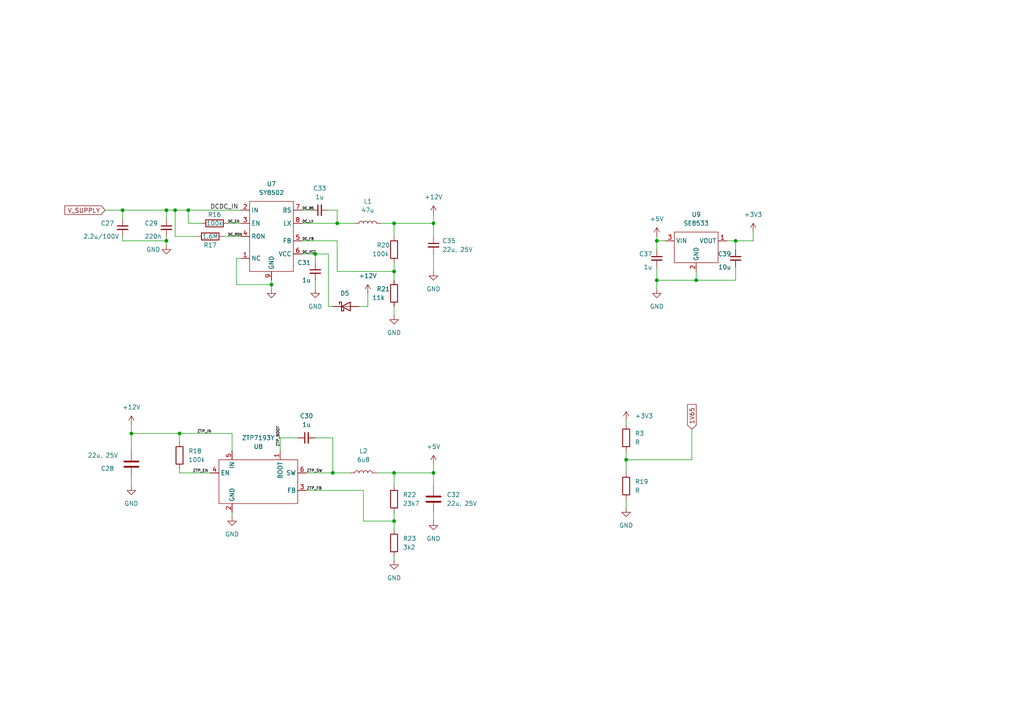
<source format=kicad_sch>
(kicad_sch (version 20211123) (generator eeschema)
  (paper "A4")
  (lib_symbols
    (symbol "Device:C" (pin_numbers hide) (pin_names (offset 0.254))
      (property "Reference" "C" (at 0.635 2.54 0))
      (property "Value" "C" (at 0.635 -2.54 0))
      (symbol "C_0_1"
        (polyline (pts (xy -2.032 -0.762) (xy 2.032 -0.762)) (stroke (width 0.508)))
        (polyline (pts (xy -2.032 0.762) (xy 2.032 0.762)) (stroke (width 0.508)))
      )
      (symbol "C_1_1"
        (pin passive line (at 0 3.81 270) (length 2.794) (name "~") (number "1"))
        (pin passive line (at 0 -3.81 90) (length 2.794) (name "~") (number "2"))
      )
    )
    (symbol "Device:C_Small" (pin_numbers hide) (pin_names (offset 0.254) hide)
      (property "Reference" "C" (at 0.254 1.778 0))
      (property "Value" "C_Small" (at 0.254 -2.032 0))
      (symbol "C_Small_0_1"
        (polyline (pts (xy -1.524 -0.508) (xy 1.524 -0.508)) (stroke (width 0.3302)))
        (polyline (pts (xy -1.524 0.508) (xy 1.524 0.508)) (stroke (width 0.3048)))
      )
      (symbol "C_Small_1_1"
        (pin passive line (at 0 2.54 270) (length 2.032) (name "~") (number "1"))
        (pin passive line (at 0 -2.54 90) (length 2.032) (name "~") (number "2"))
      )
    )
    (symbol "Device:D_Schottky" (pin_numbers hide) (pin_names (offset 1.016) hide)
      (property "Reference" "D" (at 0 2.54 0))
      (property "Value" "D_Schottky" (at 0 -2.54 0))
      (symbol "D_Schottky_0_1"
        (polyline (pts (xy 1.27 0) (xy -1.27 0)))
        (polyline (pts (xy 1.27 1.27) (xy 1.27 -1.27) (xy -1.27 0) (xy 1.27 1.27)) (stroke (width 0.254)))
        (polyline (pts (xy -1.905 0.635) (xy -1.905 1.27) (xy -1.27 1.27) (xy -1.27 -1.27) (xy -0.635 -1.27) (xy -0.635 -0.635)) (stroke (width 0.254)))
      )
      (symbol "D_Schottky_1_1"
        (pin passive line (at -3.81 0 0) (length 2.54) (name "K") (number "1"))
        (pin passive line (at 3.81 0 180) (length 2.54) (name "A") (number "2"))
      )
    )
    (symbol "Device:L" (pin_numbers hide) (pin_names (offset 1.016) hide)
      (property "Reference" "L" (at -1.27 0 90))
      (property "Value" "L" (at 1.905 0 90))
      (symbol "L_0_1"
        (arc (start 0 -2.54) (mid 0.635 -1.905) (end 0 -1.27))
        (arc (start 0 -1.27) (mid 0.635 -0.635) (end 0 0))
        (arc (start 0 0) (mid 0.635 0.635) (end 0 1.27))
        (arc (start 0 1.27) (mid 0.635 1.905) (end 0 2.54))
      )
      (symbol "L_1_1"
        (pin passive line (at 0 3.81 270) (length 1.27) (name "1") (number "1"))
        (pin passive line (at 0 -3.81 90) (length 1.27) (name "2") (number "2"))
      )
    )
    (symbol "Device:R" (pin_numbers hide) (pin_names (offset 0))
      (property "Reference" "R" (at 2.032 0 90))
      (property "Value" "R" (at 0 0 90))
      (symbol "R_0_1"
        (rectangle (start -1.016 -2.54) (end 1.016 2.54) (stroke (width 0.254)))
      )
      (symbol "R_1_1"
        (pin passive line (at 0 3.81 270) (length 1.27) (name "~") (number "1"))
        (pin passive line (at 0 -3.81 90) (length 1.27) (name "~") (number "2"))
      )
    )
    (symbol "FLUX_BMS:SY8502"
      (property "Reference" "U" (at 3.81 -1.27 0))
      (property "Value" "SY8502" (at -2.54 -1.27 0))
      (symbol "SY8502_0_1"
        (rectangle (start -6.35 -2.54) (end 6.35 -22.86))
      )
      (symbol "SY8502_1_1"
        (pin input line (at -8.89 -19.05 0) (length 2.54) (name "NC") (number "1"))
        (pin input line (at -8.89 -5.08 0) (length 2.54) (name "IN") (number "2"))
        (pin input line (at -8.89 -8.89 0) (length 2.54) (name "EN") (number "3"))
        (pin input line (at -8.89 -12.7 0) (length 2.54) (name "RON") (number "4"))
        (pin input line (at 8.89 -13.97 180) (length 2.54) (name "FB") (number "5"))
        (pin input line (at 8.89 -17.78 180) (length 2.54) (name "VCC") (number "6"))
        (pin input line (at 8.89 -5.08 180) (length 2.54) (name "BS") (number "7"))
        (pin input line (at 8.89 -8.89 180) (length 2.54) (name "LX") (number "8"))
        (pin input line (at 0 -25.4 90) (length 2.54) (name "GND") (number "9"))
      )
    )
    (symbol "FROST-ESC:SE8533"
      (property "Reference" "U" (at 0 0 0))
      (property "Value" "SE8533" (at 0 2.54 0))
      (symbol "SE8533_0_1"
        (rectangle (start -6.35 -1.27) (end 6.35 -10.16))
      )
      (symbol "SE8533_1_1"
        (pin power_out line (at 8.89 -3.81 180) (length 2.54) (name "VOUT") (number "1"))
        (pin power_in line (at 0 -12.7 90) (length 2.54) (name "GND") (number "2"))
        (pin power_in line (at -8.89 -3.81 0) (length 2.54) (name "VIN") (number "3"))
      )
    )
    (symbol "FROST-ESC:ZTP7193Y"
      (property "Reference" "U" (at 0 1.27 0))
      (property "Value" "ZTP7193Y" (at 0 3.81 0))
      (symbol "ZTP7193Y_0_1"
        (rectangle (start -11.43 -1.27) (end 11.43 -13.97))
      )
      (symbol "ZTP7193Y_1_1"
        (pin input line (at 6.35 1.27 270) (length 2.54) (name "BOOT") (number "1"))
        (pin power_in line (at -7.62 -16.51 90) (length 2.54) (name "GND") (number "2"))
        (pin input line (at 13.97 -10.16 180) (length 2.54) (name "FB") (number "3"))
        (pin input line (at -13.97 -5.08 0) (length 2.54) (name "EN") (number "4"))
        (pin power_in line (at -7.62 1.27 270) (length 2.54) (name "IN") (number "5"))
        (pin output line (at 13.97 -5.08 180) (length 2.54) (name "SW") (number "6"))
      )
    )
    (symbol "power:+12V" (power) (pin_names (offset 0))
      (property "Value" "+12V" (at 0 3.556 0))
      (symbol "+12V_0_1"
        (polyline (pts (xy -0.762 1.27) (xy 0 2.54)))
        (polyline (pts (xy 0 0) (xy 0 2.54)))
        (polyline (pts (xy 0 2.54) (xy 0.762 1.27)))
      )
      (symbol "+12V_1_1"
        (pin power_in line (at 0 0 90) (length 0) hide (name "+12V") (number "1"))
      )
    )
    (symbol "power:+3V3" (power) (pin_names (offset 0))
      (property "Value" "+3V3" (at 0 3.556 0))
      (symbol "+3V3_0_1"
        (polyline (pts (xy -0.762 1.27) (xy 0 2.54)))
        (polyline (pts (xy 0 0) (xy 0 2.54)))
        (polyline (pts (xy 0 2.54) (xy 0.762 1.27)))
      )
      (symbol "+3V3_1_1"
        (pin power_in line (at 0 0 90) (length 0) hide (name "+3V3") (number "1"))
      )
    )
    (symbol "power:+5V" (power) (pin_names (offset 0))
      (property "Value" "+5V" (at 0 3.556 0))
      (symbol "+5V_0_1"
        (polyline (pts (xy -0.762 1.27) (xy 0 2.54)))
        (polyline (pts (xy 0 0) (xy 0 2.54)))
        (polyline (pts (xy 0 2.54) (xy 0.762 1.27)))
      )
      (symbol "+5V_1_1"
        (pin power_in line (at 0 0 90) (length 0) hide (name "+5V") (number "1"))
      )
    )
    (symbol "power:GND" (power) (pin_names (offset 0))
      (property "Value" "GND" (at 0 -3.81 0))
      (symbol "GND_0_1"
        (polyline (pts (xy 0 0) (xy 0 -1.27) (xy 1.27 -1.27) (xy 0 -2.54) (xy -1.27 -1.27) (xy 0 -1.27)))
      )
      (symbol "GND_1_1"
        (pin power_in line (at 0 0 270) (length 0) hide (name "GND") (number "1"))
      )
    )
  )
  (junction (at 38.1 125.73))
  (junction (at 52.07 125.73))
  (junction (at 48.26 60.96))
  (junction (at 190.5 69.85))
  (junction (at 91.44 73.66))
  (junction (at 48.26 69.85))
  (junction (at 97.79 64.77))
  (junction (at 213.36 69.85))
  (junction (at 114.3 78.74))
  (junction (at 114.3 64.77))
  (junction (at 96.52 137.16))
  (junction (at 54.61 60.96))
  (junction (at 125.73 137.16))
  (junction (at 201.93 81.28))
  (junction (at 35.56 60.96))
  (junction (at 78.74 82.55))
  (junction (at 181.61 133.35))
  (junction (at 114.3 151.13))
  (junction (at 190.5 81.28))
  (junction (at 50.8 60.96))
  (junction (at 114.3 137.16))
  (junction (at 125.73 64.77))
  (bus_entry (at -15.24 154.94) (size 2.54 2.54))
  (wire (pts (xy 201.93 81.28) (xy 213.36 81.28)))
  (wire (pts (xy 78.74 82.55) (xy 78.74 83.82)))
  (wire (pts (xy 95.25 88.9) (xy 96.52 88.9)))
  (wire (pts (xy 193.04 69.85) (xy 190.5 69.85)))
  (wire (pts (xy 114.3 161.29) (xy 114.3 162.56)))
  (wire (pts (xy 54.61 60.96) (xy 69.85 60.96)))
  (wire (pts (xy 114.3 151.13) (xy 114.3 153.67)))
  (wire (pts (xy 38.1 138.43) (xy 38.1 140.97)))
  (wire (pts (xy 68.58 74.93) (xy 69.85 74.93)))
  (wire (pts (xy 68.58 74.93) (xy 68.58 82.55)))
  (wire (pts (xy 97.79 78.74) (xy 114.3 78.74)))
  (wire (pts (xy 114.3 64.77) (xy 114.3 68.58)))
  (wire (pts (xy 35.56 68.58) (xy 35.56 69.85)))
  (wire (pts (xy 213.36 81.28) (xy 213.36 77.47)))
  (wire (pts (xy 35.56 60.96) (xy 35.56 63.5)))
  (wire (pts (xy 52.07 125.73) (xy 52.07 128.27)))
  (wire (pts (xy 95.25 73.66) (xy 91.44 73.66)))
  (wire (pts (xy 181.61 130.81) (xy 181.61 133.35)))
  (wire (pts (xy 52.07 125.73) (xy 67.31 125.73)))
  (wire (pts (xy 81.28 127) (xy 86.36 127)))
  (wire (pts (xy 114.3 137.16) (xy 114.3 140.97)))
  (wire (pts (xy 190.5 81.28) (xy 190.5 83.82)))
  (wire (pts (xy 97.79 69.85) (xy 97.79 78.74)))
  (wire (pts (xy 87.63 60.96) (xy 90.17 60.96)))
  (wire (pts (xy 54.61 64.77) (xy 54.61 60.96)))
  (wire (pts (xy 181.61 133.35) (xy 181.61 137.16)))
  (wire (pts (xy 66.04 64.77) (xy 69.85 64.77)))
  (wire (pts (xy 88.9 142.24) (xy 105.41 142.24)))
  (wire (pts (xy 190.5 69.85) (xy 190.5 72.39)))
  (wire (pts (xy 48.26 60.96) (xy 48.26 63.5)))
  (wire (pts (xy 50.8 60.96) (xy 50.8 68.58)))
  (wire (pts (xy 91.44 81.28) (xy 91.44 83.82)))
  (wire (pts (xy 48.26 69.85) (xy 48.26 71.12)))
  (wire (pts (xy 200.66 133.35) (xy 181.61 133.35)))
  (wire (pts (xy 181.61 121.92) (xy 181.61 123.19)))
  (wire (pts (xy 114.3 88.9) (xy 114.3 91.44)))
  (wire (pts (xy 213.36 69.85) (xy 213.36 72.39)))
  (wire (pts (xy 97.79 64.77) (xy 102.87 64.77)))
  (wire (pts (xy 125.73 134.62) (xy 125.73 137.16)))
  (wire (pts (xy 96.52 127) (xy 96.52 137.16)))
  (wire (pts (xy 106.68 85.09) (xy 106.68 88.9)))
  (wire (pts (xy 200.66 124.46) (xy 200.66 133.35)))
  (wire (pts (xy 97.79 60.96) (xy 97.79 64.77)))
  (wire (pts (xy 87.63 73.66) (xy 91.44 73.66)))
  (wire (pts (xy 125.73 140.97) (xy 125.73 137.16)))
  (wire (pts (xy 87.63 69.85) (xy 97.79 69.85)))
  (wire (pts (xy 48.26 60.96) (xy 50.8 60.96)))
  (wire (pts (xy 52.07 137.16) (xy 60.96 137.16)))
  (wire (pts (xy 48.26 69.85) (xy 48.26 68.58)))
  (wire (pts (xy 38.1 125.73) (xy 52.07 125.73)))
  (wire (pts (xy 96.52 137.16) (xy 101.6 137.16)))
  (wire (pts (xy 95.25 73.66) (xy 95.25 88.9)))
  (wire (pts (xy 52.07 135.89) (xy 52.07 137.16)))
  (wire (pts (xy 64.77 68.58) (xy 69.85 68.58)))
  (wire (pts (xy 105.41 151.13) (xy 114.3 151.13)))
  (wire (pts (xy 201.93 78.74) (xy 201.93 81.28)))
  (wire (pts (xy 125.73 73.66) (xy 125.73 78.74)))
  (wire (pts (xy 114.3 148.59) (xy 114.3 151.13)))
  (wire (pts (xy 109.22 137.16) (xy 114.3 137.16)))
  (wire (pts (xy 190.5 81.28) (xy 201.93 81.28)))
  (wire (pts (xy 50.8 60.96) (xy 54.61 60.96)))
  (wire (pts (xy 190.5 77.47) (xy 190.5 81.28)))
  (wire (pts (xy 190.5 68.58) (xy 190.5 69.85)))
  (wire (pts (xy 110.49 64.77) (xy 114.3 64.77)))
  (wire (pts (xy 81.28 130.81) (xy 81.28 127)))
  (wire (pts (xy 91.44 127) (xy 96.52 127)))
  (wire (pts (xy 35.56 60.96) (xy 48.26 60.96)))
  (wire (pts (xy 57.15 68.58) (xy 50.8 68.58)))
  (wire (pts (xy 78.74 82.55) (xy 78.74 81.28)))
  (wire (pts (xy 105.41 142.24) (xy 105.41 151.13)))
  (wire (pts (xy 67.31 148.59) (xy 67.31 149.86)))
  (wire (pts (xy 181.61 144.78) (xy 181.61 147.32)))
  (wire (pts (xy 114.3 76.2) (xy 114.3 78.74)))
  (wire (pts (xy 38.1 130.81) (xy 38.1 125.73)))
  (wire (pts (xy 114.3 78.74) (xy 114.3 81.28)))
  (wire (pts (xy 35.56 69.85) (xy 48.26 69.85)))
  (wire (pts (xy 114.3 137.16) (xy 125.73 137.16)))
  (wire (pts (xy 114.3 64.77) (xy 125.73 64.77)))
  (wire (pts (xy 213.36 69.85) (xy 218.44 69.85)))
  (wire (pts (xy 125.73 62.23) (xy 125.73 64.77)))
  (wire (pts (xy 87.63 64.77) (xy 97.79 64.77)))
  (wire (pts (xy 91.44 73.66) (xy 91.44 76.2)))
  (wire (pts (xy 218.44 67.31) (xy 218.44 69.85)))
  (wire (pts (xy 106.68 88.9) (xy 104.14 88.9)))
  (wire (pts (xy 125.73 148.59) (xy 125.73 151.13)))
  (wire (pts (xy 30.48 60.96) (xy 35.56 60.96)))
  (wire (pts (xy 96.52 137.16) (xy 88.9 137.16)))
  (wire (pts (xy 210.82 69.85) (xy 213.36 69.85)))
  (wire (pts (xy 125.73 64.77) (xy 125.73 68.58)))
  (wire (pts (xy 78.74 82.55) (xy 68.58 82.55)))
  (wire (pts (xy 95.25 60.96) (xy 97.79 60.96)))
  (wire (pts (xy 38.1 123.19) (xy 38.1 125.73)))
  (wire (pts (xy 67.31 125.73) (xy 67.31 130.81)))
  (wire (pts (xy 54.61 64.77) (xy 58.42 64.77)))
  (label "DCDC_IN" (at 60.96 60.96 0))
  (label "DC_LX" (at 87.63 64.77 0) (effects (font (size 0.7 0.7))))
  (label "DC_BS" (at 87.63 60.96 0) (effects (font (size 0.7 0.7))))
  (label "ZTP_FB" (at 88.9 142.24 0) (effects (font (size 0.8 0.8))))
  (label "DC_VCC" (at 87.63 73.66 0) (effects (font (size 0.7 0.7))))
  (label "DC_EN" (at 66.04 64.77 0) (effects (font (size 0.7 0.7))))
  (label "ZTP_SW" (at 88.9 137.16 0) (effects (font (size 0.8 0.8))))
  (label "DC_FB" (at 87.63 69.85 0) (effects (font (size 0.7 0.7))))
  (label "DC_RON" (at 66.04 68.58 0) (effects (font (size 0.7 0.7))))
  (label "ZTP_IN" (at 57.15 125.73 0) (effects (font (size 0.8 0.8))))
  (label "ZTP_BOOT" (at 81.28 129.54 90) (effects (font (size 0.8 0.8))))
  (label "ZTP_EN" (at 55.88 137.16 0) (effects (font (size 0.8 0.8))))
  (global_label "1V65" (shape input) (at 200.66 124.46 90) (property "Intersheet References" "${INTERSHEET_REFS}" (effects hide)))
  (global_label "V_SUPPLY" (shape input) (at 30.48 60.96 180) (property "Intersheet References" "${INTERSHEET_REFS}" (effects hide)))
  (symbol (lib_id "power:GND") (at 91.44 83.82 0) (mirror y) (unit 1)
    (property "Reference" "#PWR043" (effects hide))
    (property "Value" "GND" (at 91.44 88.9 0))
  )
  (symbol (lib_id "power:GND") (at 78.74 83.82 0) (mirror y) (unit 1)
    (property "Reference" "#PWR041" (effects hide))
    (property "Value" "GND" (effects hide))
  )
  (symbol (lib_id "power:GND") (at 125.73 78.74 0) (unit 1)
    (property "Reference" "#PWR050" (effects hide))
    (property "Value" "GND" (at 125.73 83.82 0))
  )
  (symbol (lib_id "Device:C_Small") (at 48.26 66.04 0) (unit 1)
    (property "Reference" "C29" (at 41.91 64.77 0) (effects (justify left)))
    (property "Value" "220n" (at 41.91 68.58 0) (effects (justify left)))
    (property "Footprint" "Capacitor_SMD:C_0805_2012Metric" (effects hide))
    (property "LCSC" "C729464" (effects hide))
  )
  (symbol (lib_id "Device:C") (at 38.1 134.62 0) (unit 1)
    (property "Reference" "C28" (at 29.21 135.89 0) (effects (justify left)))
    (property "Value" "22u, 25V" (at 25.4 132.08 0) (effects (justify left)))
    (property "Footprint" "Capacitor_SMD:C_0805_2012Metric" (effects hide))
    (property "LCSC" "C386093" (effects hide))
  )
  (symbol (lib_id "Device:R") (at 62.23 64.77 90) (unit 1)
    (property "Reference" "R16" (at 62.23 62.23 90))
    (property "Value" "100k" (at 62.23 64.77 90))
    (property "Footprint" "Resistor_SMD:R_0805_2012Metric" (effects hide))
    (property "LCSC" "C180850" (effects hide))
  )
  (symbol (lib_id "Device:D_Schottky") (at 100.33 88.9 0) (unit 1)
    (property "Reference" "D5" (at 100.0125 85.09 0))
    (property "Value" "D_Schottky" (effects hide))
    (property "Footprint" "Diode_SMD:D_SOD-123" (effects hide))
    (property "LCSC" "C2890313" (effects hide))
  )
  (symbol (lib_id "power:+12V") (at 106.68 85.09 0) (unit 1)
    (property "Reference" "#PWR0101" (effects hide))
    (property "Value" "+12V" (at 106.68 80.01 0))
  )
  (symbol (lib_id "Device:R") (at 181.61 127 0) (unit 1)
    (property "Reference" "R3" (at 184.15 125.7299 0) (effects (justify left)))
    (property "Value" "R" (at 184.15 128.2699 0) (effects (justify left)))
  )
  (symbol (lib_id "Device:R") (at 181.61 140.97 0) (unit 1)
    (property "Reference" "R19" (at 184.15 139.6999 0) (effects (justify left)))
    (property "Value" "R" (at 184.15 142.2399 0) (effects (justify left)))
  )
  (symbol (lib_id "Device:R") (at 114.3 85.09 0) (unit 1)
    (property "Reference" "R21" (at 109.22 83.82 0) (effects (justify left)))
    (property "Value" "11k" (at 107.95 86.36 0) (effects (justify left)))
    (property "Footprint" "Resistor_SMD:R_0805_2012Metric" (effects hide))
    (property "LCSC" "C136917" (effects hide))
  )
  (symbol (lib_id "Device:R") (at 114.3 157.48 0) (unit 1)
    (property "Reference" "R23" (at 116.84 156.2099 0) (effects (justify left)))
    (property "Value" "3k2" (at 116.84 158.7499 0) (effects (justify left)))
    (property "Footprint" "Resistor_SMD:R_0805_2012Metric" (effects hide))
  )
  (symbol (lib_id "power:GND") (at 114.3 162.56 0) (unit 1)
    (property "Reference" "#PWR0112" (effects hide))
    (property "Value" "GND" (at 114.3 167.64 0))
  )
  (symbol (lib_id "power:+3V3") (at 181.61 121.92 0) (unit 1)
    (property "Reference" "#PWR0115" (effects hide))
    (property "Value" "+3V3" (at 184.15 120.6499 0) (effects (justify left)))
  )
  (symbol (lib_id "power:+5V") (at 190.5 68.58 0) (unit 1)
    (property "Reference" "#PWR053" (effects hide))
    (property "Value" "+5V" (at 190.5 63.5 0))
  )
  (symbol (lib_id "Device:L") (at 105.41 137.16 90) (unit 1)
    (property "Reference" "L2" (at 105.41 130.81 90))
    (property "Value" "6u8" (at 105.41 133.35 90))
    (property "Footprint" "Inductor_SMD:L_Taiyo-Yuden_NR-40xx" (effects hide))
    (property "LCSC" "C326302" (effects hide))
  )
  (symbol (lib_id "power:GND") (at 114.3 91.44 0) (unit 1)
    (property "Reference" "#PWR047" (effects hide))
    (property "Value" "GND" (at 114.3 96.52 0))
  )
  (symbol (lib_id "Device:R") (at 52.07 132.08 0) (unit 1)
    (property "Reference" "R18" (at 54.61 130.8099 0) (effects (justify left)))
    (property "Value" "100k" (at 54.61 133.3499 0) (effects (justify left)))
    (property "Footprint" "Resistor_SMD:R_0805_2012Metric" (effects hide))
  )
  (symbol (lib_id "power:GND") (at 181.61 147.32 0) (unit 1)
    (property "Reference" "#PWR0113" (effects hide))
    (property "Value" "GND" (at 181.61 152.4 0))
  )
  (symbol (lib_id "Device:C_Small") (at 91.44 78.74 0) (mirror y) (unit 1)
    (property "Reference" "C31" (at 90.17 76.2 0) (effects (justify left)))
    (property "Value" "1u" (at 90.17 81.28 0) (effects (justify left)))
    (property "Footprint" "Capacitor_SMD:C_0805_2012Metric" (effects hide))
    (property "LCSC" "C319195" (effects hide))
  )
  (symbol (lib_id "Device:R") (at 114.3 72.39 0) (unit 1)
    (property "Reference" "R20" (at 109.22 71.12 0) (effects (justify left)))
    (property "Value" "100k" (at 107.95 73.66 0) (effects (justify left)))
    (property "Footprint" "Resistor_SMD:R_0805_2012Metric" (effects hide))
    (property "LCSC" "C180850" (effects hide))
  )
  (symbol (lib_id "Device:C_Small") (at 190.5 74.93 0) (mirror y) (unit 1)
    (property "Reference" "C37" (at 189.23 73.66 0) (effects (justify left)))
    (property "Value" "1u" (at 189.23 77.47 0) (effects (justify left)))
    (property "Footprint" "Capacitor_SMD:C_0805_2012Metric" (effects hide))
    (property "LCSC" "C319195" (effects hide))
  )
  (symbol (lib_id "power:GND") (at 38.1 140.97 0) (unit 1)
    (property "Reference" "#PWR0117" (effects hide))
    (property "Value" "GND" (at 38.1 146.05 0))
  )
  (symbol (lib_id "Device:C_Small") (at 88.9 127 90) (unit 1)
    (property "Reference" "C30" (at 88.9063 120.65 90))
    (property "Value" "1u" (at 88.9063 123.19 90))
    (property "Footprint" "Capacitor_SMD:C_0805_2012Metric" (effects hide))
  )
  (symbol (lib_id "Device:C") (at 125.73 144.78 0) (unit 1)
    (property "Reference" "C32" (at 129.54 143.5099 0) (effects (justify left)))
    (property "Value" "22u, 25V" (at 129.54 146.0499 0) (effects (justify left)))
    (property "Footprint" "Capacitor_SMD:C_0805_2012Metric" (effects hide))
    (property "LCSC" "C386093" (effects hide))
  )
  (symbol (lib_id "FROST-ESC:SE8533") (at 201.93 66.04 0) (unit 1)
    (property "Reference" "U9" (at 201.93 62.23 0))
    (property "Value" "SE8533" (at 201.93 64.77 0))
    (property "Footprint" "Package_TO_SOT_SMD:SOT-89-3" (effects hide))
    (property "LCSC" "C115013" (effects hide))
  )
  (symbol (lib_id "power:+5V") (at 125.73 134.62 0) (unit 1)
    (property "Reference" "#PWR0116" (effects hide))
    (property "Value" "+5V" (at 125.73 129.54 0))
  )
  (symbol (lib_id "Device:C_Small") (at 35.56 66.04 0) (unit 1)
    (property "Reference" "C27" (at 29.21 64.77 0) (effects (justify left)))
    (property "Value" "2.2u/100V" (at 24.13 68.58 0) (effects (justify left)))
    (property "Footprint" "Capacitor_SMD:C_1210_3225Metric" (effects hide))
    (property "LCSC" "C412614" (effects hide))
  )
  (symbol (lib_id "power:+3V3") (at 218.44 67.31 0) (unit 1)
    (property "Reference" "#PWR057" (effects hide))
    (property "Value" "+3V3" (at 218.44 62.23 0))
  )
  (symbol (lib_id "Device:R") (at 60.96 68.58 90) (unit 1)
    (property "Reference" "R17" (at 60.96 71.12 90))
    (property "Value" "1.6M" (at 60.96 68.58 90))
    (property "Footprint" "Resistor_SMD:R_0805_2012Metric" (effects hide))
    (property "LCSC" "C413343" (effects hide))
  )
  (symbol (lib_id "power:+12V") (at 125.73 62.23 0) (unit 1)
    (property "Reference" "#PWR049" (effects hide))
    (property "Value" "+12V" (at 125.73 57.15 0))
  )
  (symbol (lib_id "power:GND") (at 67.31 149.86 0) (unit 1)
    (property "Reference" "#PWR0111" (effects hide))
    (property "Value" "GND" (at 67.31 154.94 0))
  )
  (symbol (lib_id "FLUX_BMS:SY8502") (at 78.74 55.88 0) (unit 1)
    (property "Reference" "U7" (at 78.74 53.34 0))
    (property "Value" "SY8502" (at 78.74 55.88 0))
    (property "Footprint" "Package_SO:HSOP-8-1EP_3.9x4.9mm_P1.27mm_EP2.41x3.1mm" (effects hide))
    (property "LCSC" "C87752" (effects hide))
  )
  (symbol (lib_id "Device:L") (at 106.68 64.77 90) (unit 1)
    (property "Reference" "L1" (at 106.68 58.42 90))
    (property "Value" "47u" (at 106.68 60.96 90))
    (property "Footprint" "Inductor_SMD:L_Taiyo-Yuden_NR-80xx" (effects hide))
    (property "LCSC" "C206268" (effects hide))
  )
  (symbol (lib_id "FROST-ESC:ZTP7193Y") (at 74.93 132.08 0) (unit 1)
    (property "Reference" "U8" (at 74.93 129.54 0))
    (property "Value" "ZTP7193Y" (at 74.93 127 0))
    (property "Footprint" "Package_TO_SOT_SMD:TSOT-23-6" (effects hide))
    (property "LCSC" "C481280" (effects hide))
  )
  (symbol (lib_id "Device:R") (at 114.3 144.78 0) (unit 1)
    (property "Reference" "R22" (at 116.84 143.5099 0) (effects (justify left)))
    (property "Value" "23k7" (at 116.84 146.0499 0) (effects (justify left)))
    (property "Footprint" "Resistor_SMD:R_0805_2012Metric" (effects hide))
  )
  (symbol (lib_id "power:+12V") (at 38.1 123.19 0) (unit 1)
    (property "Reference" "#PWR0110" (effects hide))
    (property "Value" "+12V" (at 38.1 118.11 0))
  )
  (symbol (lib_id "power:GND") (at 48.26 71.12 0) (unit 1)
    (property "Reference" "#PWR039" (effects hide))
    (property "Value" "GND" (at 44.45 72.39 0))
  )
  (symbol (lib_id "power:GND") (at 190.5 83.82 0) (unit 1)
    (property "Reference" "#PWR054" (effects hide))
    (property "Value" "GND" (at 190.5 88.9 0))
  )
  (symbol (lib_id "Device:C_Small") (at 92.71 60.96 90) (unit 1)
    (property "Reference" "C33" (at 92.7163 54.61 90))
    (property "Value" "1u" (at 92.7163 57.15 90))
    (property "Footprint" "Capacitor_SMD:C_0805_2012Metric" (effects hide))
  )
  (symbol (lib_id "Device:C_Small") (at 125.73 71.12 0) (unit 1)
    (property "Reference" "C35" (at 128.27 69.8562 0) (effects (justify left)))
    (property "Value" "22u, 25V" (at 128.27 72.3962 0) (effects (justify left)))
    (property "Footprint" "Capacitor_SMD:C_0805_2012Metric" (effects hide))
    (property "LCSC" "C386093" (effects hide))
  )
  (symbol (lib_id "power:GND") (at 125.73 151.13 0) (unit 1)
    (property "Reference" "#PWR0114" (effects hide))
    (property "Value" "GND" (at 125.73 156.21 0))
  )
  (symbol (lib_id "Device:C_Small") (at 213.36 74.93 0) (mirror y) (unit 1)
    (property "Reference" "C39" (at 212.09 73.66 0) (effects (justify left)))
    (property "Value" "10u" (at 212.09 77.47 0) (effects (justify left)))
    (property "Footprint" "Capacitor_SMD:C_0805_2012Metric" (effects hide))
    (property "LCSC" "C962154" (effects hide))
  )
)
</source>
